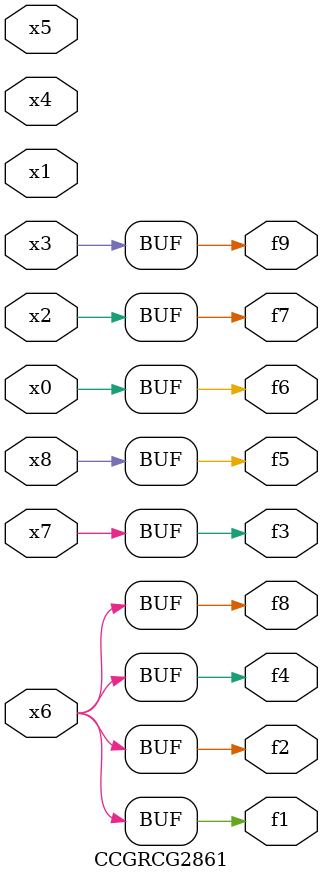
<source format=v>
module CCGRCG2861(
	input x0, x1, x2, x3, x4, x5, x6, x7, x8,
	output f1, f2, f3, f4, f5, f6, f7, f8, f9
);
	assign f1 = x6;
	assign f2 = x6;
	assign f3 = x7;
	assign f4 = x6;
	assign f5 = x8;
	assign f6 = x0;
	assign f7 = x2;
	assign f8 = x6;
	assign f9 = x3;
endmodule

</source>
